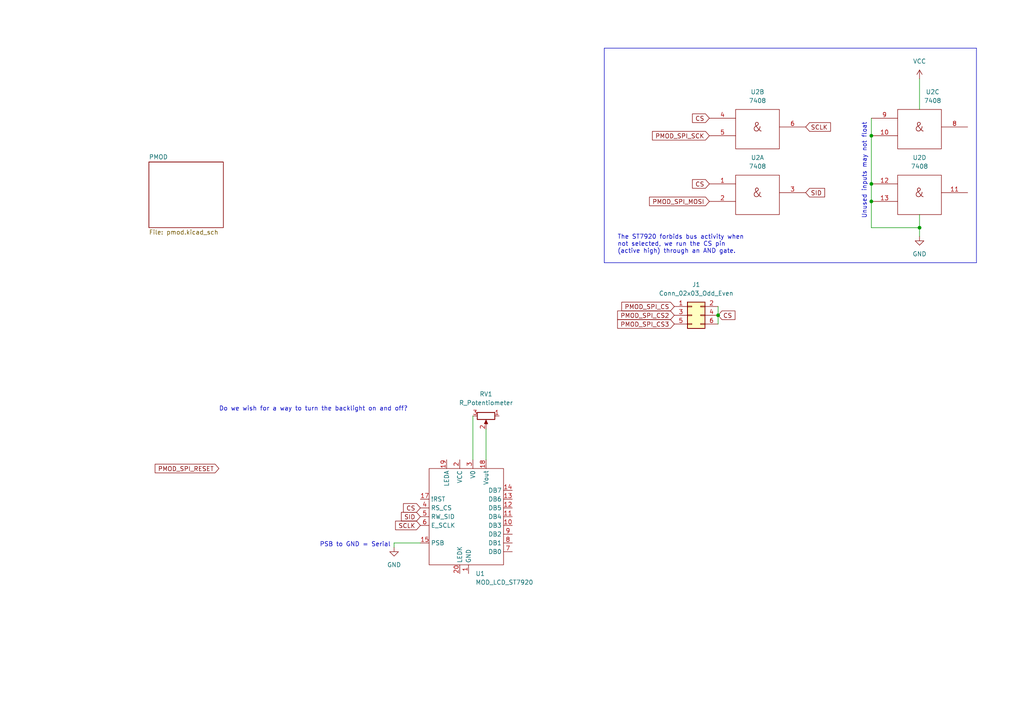
<source format=kicad_sch>
(kicad_sch (version 20230121) (generator eeschema)
  (paper "A4")
  (lib_symbols
    (symbol "74xx_IEEE:7408" (pin_names (offset 0.762))
      (property "Reference" "U" (at 2.54 7.62 0))
      (property "Value" "7408" (at 3.81 -8.89 0))
      (symbol "7408_0_1"
        (rectangle (start -6.35 5.08) (end 6.35 -6.35))
        (text "&" (at 0 0 0) (effects (font (size 2.54 2.54))))
        (pin power_in line (at 0 5.08 270) (length 0) hide (name "Vcc") (number "14"))
        (pin power_in line (at 0 -6.35 90) (length 0) hide (name "Gnd") (number "7"))
      )
      (symbol "7408_1_1"
        (pin input line (at -13.97 2.54 0) (length 7.62) (name "~") (number "1"))
        (pin input line (at -13.97 -2.54 0) (length 7.62) (name "~") (number "2"))
        (pin output line (at 13.97 0 180) (length 7.62) (name "~") (number "3"))
      )
      (symbol "7408_2_1"
        (pin input line (at -13.97 2.54 0) (length 7.62) (name "~") (number "4"))
        (pin input line (at -13.97 -2.54 0) (length 7.62) (name "~") (number "5"))
        (pin input line (at 13.97 0 180) (length 7.62) (name "~") (number "6"))
      )
      (symbol "7408_3_1"
        (pin input line (at -13.97 -2.54 0) (length 7.62) (name "~") (number "10"))
        (pin input line (at 13.97 0 180) (length 7.62) (name "~") (number "8"))
        (pin input line (at -13.97 2.54 0) (length 7.62) (name "~") (number "9"))
      )
      (symbol "7408_4_1"
        (pin input line (at 13.97 0 180) (length 7.62) (name "~") (number "11"))
        (pin input line (at -13.97 2.54 0) (length 7.62) (name "~") (number "12"))
        (pin input line (at -13.97 -2.54 0) (length 7.62) (name "~") (number "13"))
      )
    )
    (symbol "AvS_Modules:MOD_LCD_ST7920"
      (property "Reference" "U" (at 3.81 -13.97 0))
      (property "Value" "MOD_LCD_ST7920" (at -12.7 -13.97 0))
      (symbol "MOD_LCD_ST7920_0_1"
        (rectangle (start -10.16 15.24) (end 11.43 -12.7))
      )
      (symbol "MOD_LCD_ST7920_1_1"
        (pin power_in line (at 1.27 -15.24 90) (length 2.54) (name "GND") (number "1"))
        (pin input line (at 13.97 -1.27 180) (length 2.54) (name "DB3") (number "10"))
        (pin input line (at 13.97 1.27 180) (length 2.54) (name "DB4") (number "11"))
        (pin input line (at 13.97 3.81 180) (length 2.54) (name "DB5") (number "12"))
        (pin input line (at 13.97 6.35 180) (length 2.54) (name "DB6") (number "13"))
        (pin input line (at 13.97 8.89 180) (length 2.54) (name "DB7") (number "14"))
        (pin input line (at -12.7 -6.35 0) (length 2.54) (name "PSB") (number "15"))
        (pin input line (at -12.7 6.35 0) (length 2.54) (name "!RST") (number "17"))
        (pin power_out line (at 6.35 17.78 270) (length 2.54) (name "Vout") (number "18"))
        (pin power_in line (at -5.08 17.78 270) (length 2.54) (name "LEDA") (number "19"))
        (pin power_in line (at -1.27 17.78 270) (length 2.54) (name "VCC") (number "2"))
        (pin power_in line (at -1.27 -15.24 90) (length 2.54) (name "LEDK") (number "20"))
        (pin power_in line (at 2.54 17.78 270) (length 2.54) (name "V0") (number "3"))
        (pin input line (at -12.7 3.81 0) (length 2.54) (name "RS_CS") (number "4"))
        (pin input line (at -12.7 1.27 0) (length 2.54) (name "RW_SID") (number "5"))
        (pin input line (at -12.7 -1.27 0) (length 2.54) (name "E_SCLK") (number "6"))
        (pin input line (at 13.97 -8.89 180) (length 2.54) (name "DB0") (number "7"))
        (pin input line (at 13.97 -6.35 180) (length 2.54) (name "DB1") (number "8"))
        (pin input line (at 13.97 -3.81 180) (length 2.54) (name "DB2") (number "9"))
      )
    )
    (symbol "Connector_Generic:Conn_02x03_Odd_Even" (pin_names (offset 1.016) hide)
      (property "Reference" "J" (at 1.27 5.08 0))
      (property "Value" "Conn_02x03_Odd_Even" (at 1.27 -5.08 0))
      (symbol "Conn_02x03_Odd_Even_1_1"
        (rectangle (start -1.27 -2.413) (end 0 -2.667) (stroke (width 0.1524)))
        (rectangle (start -1.27 0.127) (end 0 -0.127) (stroke (width 0.1524)))
        (rectangle (start -1.27 2.667) (end 0 2.413) (stroke (width 0.1524)))
        (rectangle (start -1.27 3.81) (end 3.81 -3.81) (stroke (width 0.254)) (fill (type background)))
        (rectangle (start 3.81 -2.413) (end 2.54 -2.667) (stroke (width 0.1524)))
        (rectangle (start 3.81 0.127) (end 2.54 -0.127) (stroke (width 0.1524)))
        (rectangle (start 3.81 2.667) (end 2.54 2.413) (stroke (width 0.1524)))
        (pin passive line (at -5.08 2.54 0) (length 3.81) (name "Pin_1") (number "1"))
        (pin passive line (at 7.62 2.54 180) (length 3.81) (name "Pin_2") (number "2"))
        (pin passive line (at -5.08 0 0) (length 3.81) (name "Pin_3") (number "3"))
        (pin passive line (at 7.62 0 180) (length 3.81) (name "Pin_4") (number "4"))
        (pin passive line (at -5.08 -2.54 0) (length 3.81) (name "Pin_5") (number "5"))
        (pin passive line (at 7.62 -2.54 180) (length 3.81) (name "Pin_6") (number "6"))
      )
    )
    (symbol "Device:R_Potentiometer" (pin_names (offset 1.016) hide)
      (property "Reference" "RV" (at -4.445 0 90))
      (property "Value" "R_Potentiometer" (at -2.54 0 90))
      (symbol "R_Potentiometer_0_1"
        (polyline (pts (xy 2.54 0) (xy 1.524 0)))
        (polyline (pts (xy 1.143 0) (xy 2.286 0.508) (xy 2.286 -0.508) (xy 1.143 0)) (fill (type outline)))
        (rectangle (start 1.016 2.54) (end -1.016 -2.54) (stroke (width 0.254)))
      )
      (symbol "R_Potentiometer_1_1"
        (pin passive line (at 0 3.81 270) (length 1.27) (name "1") (number "1"))
        (pin passive line (at 3.81 0 180) (length 1.27) (name "2") (number "2"))
        (pin passive line (at 0 -3.81 90) (length 1.27) (name "3") (number "3"))
      )
    )
    (symbol "GND_1" (power) (pin_names (offset 0))
      (property "Value" "GND_1" (at 0 -3.81 0))
      (symbol "GND_1_0_1"
        (polyline (pts (xy 0 0) (xy 0 -1.27) (xy 1.27 -1.27) (xy 0 -2.54) (xy -1.27 -1.27) (xy 0 -1.27)))
      )
      (symbol "GND_1_1_1"
        (pin power_in line (at 0 0 270) (length 0) hide (name "GND") (number "1"))
      )
    )
    (symbol "power:GND" (power) (pin_names (offset 0))
      (property "Value" "GND" (at 0 -3.81 0))
      (symbol "GND_0_1"
        (polyline (pts (xy 0 0) (xy 0 -1.27) (xy 1.27 -1.27) (xy 0 -2.54) (xy -1.27 -1.27) (xy 0 -1.27)))
      )
      (symbol "GND_1_1"
        (pin power_in line (at 0 0 270) (length 0) hide (name "GND") (number "1"))
      )
    )
    (symbol "power:VCC" (power) (pin_names (offset 0))
      (property "Value" "VCC" (at 0 3.81 0))
      (symbol "VCC_0_1"
        (polyline (pts (xy -0.762 1.27) (xy 0 2.54)))
        (polyline (pts (xy 0 0) (xy 0 2.54)))
        (polyline (pts (xy 0 2.54) (xy 0.762 1.27)))
      )
      (symbol "VCC_1_1"
        (pin power_in line (at 0 0 90) (length 0) hide (name "VCC") (number "1"))
      )
    )
  )
  (junction (at 252.73 53.34))
  (junction (at 252.73 58.42))
  (junction (at 266.7 66.04))
  (junction (at 208.28 91.44))
  (junction (at 252.73 39.37))
  (wire (pts (xy 140.97 124.46) (xy 140.97 133.35)))
  (wire (pts (xy 121.92 157.48) (xy 114.3 157.48)))
  (polyline (pts (xy 175.26 13.97) (xy 175.26 76.2)))
  (polyline (pts (xy 283.21 76.2) (xy 175.26 76.2)))
  (wire (pts (xy 208.28 88.9) (xy 208.28 91.44)))
  (wire (pts (xy 252.73 34.29) (xy 252.73 39.37)))
  (wire (pts (xy 266.7 22.86) (xy 266.7 31.75)))
  (wire (pts (xy 114.3 157.48) (xy 114.3 158.75)))
  (wire (pts (xy 266.7 66.04) (xy 266.7 68.58)))
  (wire (pts (xy 137.16 120.65) (xy 137.16 133.35)))
  (polyline (pts (xy 283.21 13.97) (xy 283.21 76.2)))
  (wire (pts (xy 252.73 58.42) (xy 252.73 66.04)))
  (wire (pts (xy 252.73 53.34) (xy 252.73 58.42)))
  (wire (pts (xy 252.73 66.04) (xy 266.7 66.04)))
  (wire (pts (xy 266.7 62.23) (xy 266.7 66.04)))
  (wire (pts (xy 208.28 91.44) (xy 208.28 93.98)))
  (polyline (pts (xy 175.26 13.97) (xy 283.21 13.97)))
  (wire (pts (xy 252.73 39.37) (xy 252.73 53.34)))
  (text "The ST7920 forbids bus activity when \nnot selected, we run the CS pin \n(active high) through an AND gate." (at 179.07 73.66 0) (effects (font (size 1.27 1.27)) (justify left bottom)))
  (text "Unused inputs may not float" (at 251.46 63.5 90) (effects (font (size 1.27 1.27)) (justify left bottom)))
  (text "Do we wish for a way to turn the backlight on and off?" (at 63.5 119.38 0) (effects (font (size 1.27 1.27)) (justify left bottom)))
  (text "PSB to GND = Serial" (at 92.71 158.75 0) (effects (font (size 1.27 1.27)) (justify left bottom)))
  (global_label "PMOD_SPI_CS3" (shape input) (at 195.58 93.98 180) (property "Intersheetrefs" "${INTERSHEET_REFS}" (effects hide)) (property "Intersheet-verwijzingen" "${INTERSHEET_REFS}" (effects hide)))
  (global_label "PMOD_SPI_CS" (shape input) (at 195.58 88.9 180) (property "Intersheetrefs" "${INTERSHEET_REFS}" (effects hide)) (property "Intersheet-verwijzingen" "${INTERSHEET_REFS}" (effects hide)))
  (global_label "SID" (shape input) (at 121.92 149.86 180) (property "Intersheetrefs" "${INTERSHEET_REFS}" (effects hide)) (property "Intersheet-verwijzingen" "${INTERSHEET_REFS}" (effects hide)))
  (global_label "CS" (shape input) (at 205.74 53.34 180) (property "Intersheetrefs" "${INTERSHEET_REFS}" (effects hide)) (property "Intersheet-verwijzingen" "${INTERSHEET_REFS}" (effects hide)))
  (global_label "SID" (shape input) (at 233.68 55.88 0) (property "Intersheetrefs" "${INTERSHEET_REFS}" (effects hide)) (property "Intersheet-verwijzingen" "${INTERSHEET_REFS}" (effects hide)))
  (global_label "CS" (shape input) (at 205.74 34.29 180) (property "Intersheetrefs" "${INTERSHEET_REFS}" (effects hide)) (property "Intersheet-verwijzingen" "${INTERSHEET_REFS}" (effects hide)))
  (global_label "CS" (shape input) (at 121.92 147.32 180) (property "Intersheetrefs" "${INTERSHEET_REFS}" (effects hide)) (property "Intersheet-verwijzingen" "${INTERSHEET_REFS}" (effects hide)))
  (global_label "PMOD_SPI_RESET" (shape input) (at 63.5 135.89 180) (property "Intersheetrefs" "${INTERSHEET_REFS}" (effects hide)) (property "Intersheet-verwijzingen" "${INTERSHEET_REFS}" (effects hide)))
  (global_label "SCLK" (shape input) (at 233.68 36.83 0) (property "Intersheetrefs" "${INTERSHEET_REFS}" (effects hide)) (property "Intersheet-verwijzingen" "${INTERSHEET_REFS}" (effects hide)))
  (global_label "CS" (shape input) (at 208.28 91.44 0) (property "Intersheetrefs" "${INTERSHEET_REFS}" (effects hide)) (property "Intersheet-verwijzingen" "${INTERSHEET_REFS}" (effects hide)))
  (global_label "SCLK" (shape input) (at 121.92 152.4 180) (property "Intersheetrefs" "${INTERSHEET_REFS}" (effects hide)) (property "Intersheet-verwijzingen" "${INTERSHEET_REFS}" (effects hide)))
  (global_label "PMOD_SPI_CS2" (shape input) (at 195.58 91.44 180) (property "Intersheetrefs" "${INTERSHEET_REFS}" (effects hide)) (property "Intersheet-verwijzingen" "${INTERSHEET_REFS}" (effects hide)))
  (global_label "PMOD_SPI_SCK" (shape input) (at 205.74 39.37 180) (property "Intersheetrefs" "${INTERSHEET_REFS}" (effects hide)) (property "Intersheet-verwijzingen" "${INTERSHEET_REFS}" (effects hide)))
  (global_label "PMOD_SPI_MOSI" (shape input) (at 205.74 58.42 180) (property "Intersheetrefs" "${INTERSHEET_REFS}" (effects hide)) (property "Intersheet-verwijzingen" "${INTERSHEET_REFS}" (effects hide)))
  (symbol (lib_id "Device:R_Potentiometer") (at 140.97 120.65 270) (unit 1)
    (property "Reference" "RV1" (at 140.97 114.3 90))
    (property "Value" "R_Potentiometer" (at 140.97 116.84 90))
    (property "Footprint" "Potentiometer_THT:Potentiometer_Bourns_3296X_Horizontal" (effects hide))
  )
  (symbol (lib_id "power:VCC") (at 266.7 22.86 0) (unit 1)
    (property "Reference" "#PWR01" (effects hide))
    (property "Value" "VCC" (at 266.7 17.78 0))
  )
  (symbol (lib_id "74xx_IEEE:7408") (at 266.7 55.88 0) (unit 4)
    (property "Reference" "U2" (at 266.7 45.72 0))
    (property "Value" "7408" (at 266.7 48.26 0))
    (property "Footprint" "Package_DIP:DIP-14_W7.62mm_Socket_LongPads" (effects hide))
  )
  (symbol (lib_id "AvS_Modules:MOD_LCD_ST7920") (at 134.62 151.13 0) (unit 1)
    (property "Reference" "U1" (at 137.9094 166.37 0) (effects (justify left)))
    (property "Value" "MOD_LCD_ST7920" (at 137.9094 168.91 0) (effects (justify left)))
    (property "Footprint" "AvS_Modules:MOD_LCD_ST7920" (effects hide))
  )
  (symbol (lib_id "74xx_IEEE:7408") (at 266.7 36.83 0) (unit 3)
    (property "Reference" "U2" (at 270.51 26.67 0))
    (property "Value" "7408" (at 270.51 29.21 0))
    (property "Footprint" "Package_DIP:DIP-14_W7.62mm_Socket_LongPads" (effects hide))
  )
  (symbol (lib_id "74xx_IEEE:7408") (at 219.71 55.88 0) (unit 1)
    (property "Reference" "U2" (at 219.71 45.72 0))
    (property "Value" "7408" (at 219.71 48.26 0))
    (property "Footprint" "Package_DIP:DIP-14_W7.62mm_Socket_LongPads" (effects hide))
  )
  (symbol (lib_name "GND_1") (lib_id "power:GND") (at 114.3 158.75 0) (unit 1)
    (property "Reference" "#PWR03" (effects hide))
    (property "Value" "GND" (at 114.3 163.83 0))
  )
  (symbol (lib_id "power:GND") (at 266.7 68.58 0) (unit 1)
    (property "Reference" "#PWR02" (effects hide))
    (property "Value" "GND" (at 266.7 73.66 0))
  )
  (symbol (lib_id "74xx_IEEE:7408") (at 219.71 36.83 0) (unit 2)
    (property "Reference" "U2" (at 219.71 26.67 0))
    (property "Value" "7408" (at 219.71 29.21 0))
    (property "Footprint" "Package_DIP:DIP-14_W7.62mm_Socket_LongPads" (effects hide))
  )
  (symbol (lib_id "Connector_Generic:Conn_02x03_Odd_Even") (at 200.66 91.44 0) (unit 1)
    (property "Reference" "J1" (at 201.93 82.55 0))
    (property "Value" "Conn_02x03_Odd_Even" (at 201.93 85.09 0))
    (property "Footprint" "Connector_PinHeader_2.54mm:PinHeader_2x03_P2.54mm_Vertical" (effects hide))
  )
  (sheet (at 43.18 46.99) (size 21.59 19.05) (stroke (width 0.1524))
    (property "Sheetname" "PMOD" (at 43.18 46.2784 0) (effects (justify left bottom)))
    (property "Sheetfile" "pmod.kicad_sch" (at 43.18 66.6246 0) (effects (justify left top)))
  )
)
</source>
